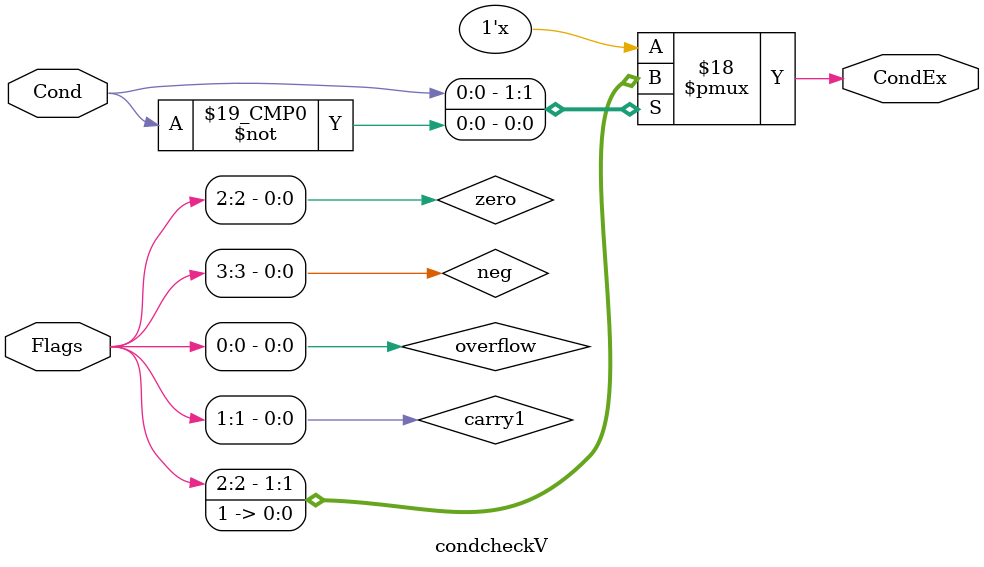
<source format=sv>
module Condition_UnitV(input logic clk, reset,
							 input logic CondE,
							 input logic [3:0] ALUFlags,
							 input logic [3:0] FlagsE,
							 output logic [3:0] ALUFlags_Out,
							 input logic [1:0] FlagWriteE,
							 input logic PCSrcE, RegWriteE, MemWriteE,BranchE,
							 output logic PCSrcM, RegWriteM,MemWriteM, BranchTakenE);
							 

logic [1:0] FlagWrite;
logic [3:0] Flags;
logic CondEx;

flopenr #(2)flagreg1(clk, reset, FlagWrite[1],
							ALUFlags[3:2], Flags[3:2]);
flopenr #(2)flagreg0(clk, reset, FlagWrite[0],
							ALUFlags[1:0], Flags[1:0]);
							
							
// write controls are conditional
condcheckV cc(CondE, Flags, CondEx);

assign FlagWrite = FlagWriteE & {2{CondEx}};
assign RegWriteM = RegWriteE & CondEx;
assign MemWriteM = MemWriteE & CondEx;
assign PCSrcM = PCSrcE & CondEx;
assign BranchTakenE = CondEx & BranchE;
 
assign ALUFlags_Out = ALUFlags;

endmodule


module condcheckV(input logic Cond,
					  input logic [3:0] Flags,
					  output logic CondEx);
					  
					  
logic neg, zero, carry1, overflow, ge;

assign {neg, zero, carry1, overflow} = Flags;

assign ge = (neg == overflow);

always_comb
	case(Cond)
		1'b1: 
			CondEx = zero; // EQ
		4'b0001: 
			CondEx = ~zero; // NE
		4'b0010: 
			CondEx = carry1; // CS
		4'b0011: 
			CondEx = ~carry1; // CC
		4'b0100: 
			CondEx = neg; // MI
		4'b0101:
			CondEx = ~neg; // PL
		4'b0110: 
			CondEx = overflow; // VS
		4'b0111: 
			CondEx = ~overflow; // VC
		4'b1000: 
			CondEx = carry1 & ~zero; // HI
		4'b1001: 
			CondEx = ~(carry1 & ~zero); // LS
		4'b1010: 
			CondEx = ge; // GE
		4'b1011: 
			CondEx = ~ge; // LT
		4'b1100: 
			CondEx = ~zero & ge; // GT
		4'b1101: 
			CondEx = ~(~zero & ge); // LE
		1'b0: 
			CondEx = 1'b1; // Always
		default: 
			CondEx = 1'bx; // undefined
			
	endcase
endmodule

</source>
